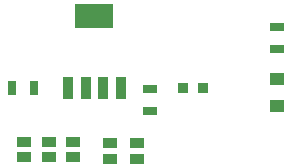
<source format=gtp>
G04*
G04 #@! TF.GenerationSoftware,Altium Limited,Altium Designer,22.3.1 (43)*
G04*
G04 Layer_Color=8421504*
%FSLAX25Y25*%
%MOIN*%
G70*
G04*
G04 #@! TF.SameCoordinates,5170A01E-4387-43F3-8572-BE7CC5784F07*
G04*
G04*
G04 #@! TF.FilePolarity,Positive*
G04*
G01*
G75*
%ADD14R,0.12992X0.07874*%
%ADD15R,0.03504X0.07480*%
%ADD16R,0.05118X0.03150*%
%ADD17R,0.05118X0.04331*%
%ADD18R,0.03347X0.03347*%
%ADD19R,0.05118X0.03543*%
%ADD20R,0.03150X0.05118*%
D14*
X64878Y55587D02*
D03*
D15*
X73736Y31571D02*
D03*
X67831D02*
D03*
X61925D02*
D03*
X56020D02*
D03*
D16*
X125886Y44390D02*
D03*
Y51870D02*
D03*
X83268Y31299D02*
D03*
Y23819D02*
D03*
D17*
X125886Y25394D02*
D03*
Y34449D02*
D03*
D18*
X100951Y31590D02*
D03*
X94258D02*
D03*
D19*
X57827Y8472D02*
D03*
Y13590D02*
D03*
X69980Y7972D02*
D03*
Y13091D02*
D03*
X78980Y13091D02*
D03*
Y7972D02*
D03*
X41327Y13591D02*
D03*
Y8472D02*
D03*
X49827Y13591D02*
D03*
Y8472D02*
D03*
D20*
X44783Y31693D02*
D03*
X37303D02*
D03*
M02*

</source>
